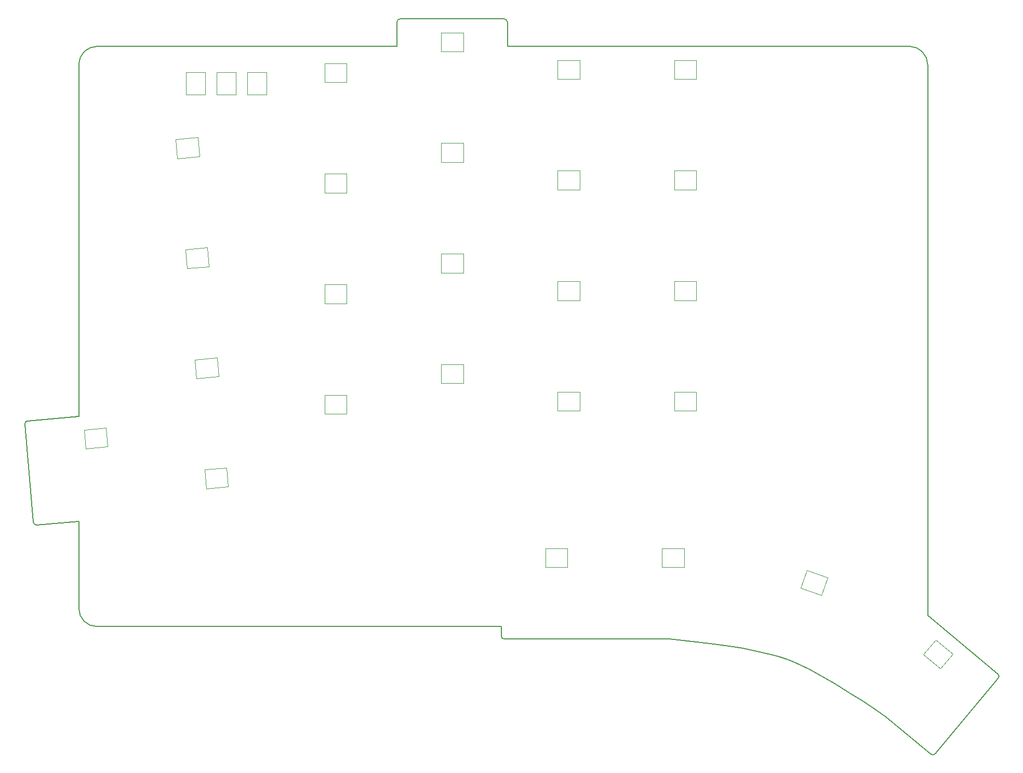
<source format=gm1>
G04 #@! TF.GenerationSoftware,KiCad,Pcbnew,8.0.5*
G04 #@! TF.CreationDate,2024-11-21T22:09:12+01:00*
G04 #@! TF.ProjectId,stellar,7374656c-6c61-4722-9e6b-696361645f70,rev?*
G04 #@! TF.SameCoordinates,Original*
G04 #@! TF.FileFunction,Profile,NP*
%FSLAX46Y46*%
G04 Gerber Fmt 4.6, Leading zero omitted, Abs format (unit mm)*
G04 Created by KiCad (PCBNEW 8.0.5) date 2024-11-21 22:09:12*
%MOMM*%
%LPD*%
G01*
G04 APERTURE LIST*
G04 #@! TA.AperFunction,Profile*
%ADD10C,0.149999*%
G04 #@! TD*
G04 #@! TA.AperFunction,Profile*
%ADD11C,0.150000*%
G04 #@! TD*
G04 #@! TA.AperFunction,Profile*
%ADD12C,0.100000*%
G04 #@! TD*
G04 APERTURE END LIST*
D10*
X177887401Y-134777382D02*
X180711005Y-135131531D01*
X129043100Y-33823600D02*
X129043100Y-37775693D01*
D11*
X216760740Y-153017301D02*
G75*
G02*
X216071278Y-153063739I-369040J337701D01*
G01*
D10*
X147048119Y-37775693D02*
X147048119Y-33790685D01*
X68867349Y-98786920D02*
X77204478Y-98052917D01*
X194896582Y-138591716D02*
X196192400Y-139232724D01*
D11*
X68411716Y-99307785D02*
G75*
G02*
X68867349Y-98786923I499484J22785D01*
G01*
X77204478Y-40685611D02*
G75*
G02*
X80203123Y-37775696I2998612J-90049D01*
G01*
D10*
X196192400Y-139232724D02*
X197528013Y-139939559D01*
X180711005Y-135131531D02*
X183818714Y-135588230D01*
D11*
X146553100Y-134323600D02*
G75*
G02*
X146053100Y-133823600I0J500000D01*
G01*
D10*
X227013350Y-140769257D02*
X216760740Y-153017301D01*
X69804188Y-115270751D02*
X68411716Y-99307785D01*
X77203123Y-129283208D02*
X77203123Y-115125003D01*
X183818714Y-135588230D02*
X185406132Y-135855228D01*
X146053100Y-132296430D02*
X80203123Y-132296430D01*
X215541803Y-130462914D02*
X227001906Y-140041560D01*
X80203123Y-132296430D02*
X80203123Y-132293594D01*
X188502148Y-136466899D02*
X189952365Y-136811725D01*
X129043100Y-37775693D02*
X80203123Y-37775693D01*
X173456414Y-134324140D02*
X175581421Y-134525174D01*
X216071339Y-153063665D02*
X208751032Y-146957545D01*
X193662293Y-138034676D02*
X194896582Y-138591716D01*
X147048119Y-37775693D02*
X212609765Y-37775693D01*
D11*
X146549600Y-33327153D02*
G75*
G02*
X147048126Y-33790684I0J-499847D01*
G01*
D10*
X146549600Y-33327153D02*
X129602601Y-33327153D01*
X77204478Y-98052917D02*
X77204478Y-40685611D01*
D11*
X80203123Y-132293594D02*
G75*
G02*
X77203124Y-129283208I-23J2999994D01*
G01*
D10*
X186977007Y-136148092D02*
X188502148Y-136466899D01*
X197528013Y-139939559D02*
X200231676Y-141478160D01*
X191298469Y-137182647D02*
X192511269Y-137579740D01*
X189952365Y-136811725D02*
X191298469Y-137182647D01*
X146553100Y-134323600D02*
X173456414Y-134323600D01*
D11*
X129043100Y-33823600D02*
G75*
G02*
X129602601Y-33327153I500000J0D01*
G01*
X70325113Y-115726744D02*
G75*
G02*
X69804227Y-115270748I-22813J499444D01*
G01*
D10*
X175581421Y-134525174D02*
X177887401Y-134777382D01*
X205160163Y-144547201D02*
X207037216Y-145787424D01*
X215541803Y-40774923D02*
X215541803Y-130462914D01*
X192511269Y-137579740D02*
X193662293Y-138034676D01*
D11*
X212609765Y-37775693D02*
G75*
G02*
X215541777Y-40774923I-67965J-2999207D01*
G01*
X227001906Y-140041560D02*
G75*
G02*
X227013350Y-140769257I-337106J-369240D01*
G01*
D10*
X146053100Y-133823600D02*
X146053100Y-132296430D01*
X185406132Y-135855228D02*
X186977007Y-136148092D01*
X202833688Y-143062410D02*
X205160163Y-144547201D01*
X200231676Y-141478160D02*
X202833688Y-143062410D01*
X207037216Y-145787424D02*
X208747506Y-146953748D01*
X77203123Y-115125003D02*
X70325113Y-115726744D01*
D12*
X172248634Y-119547840D02*
X172248634Y-122647840D01*
X172248634Y-122647840D02*
X175848634Y-122647840D01*
X175848634Y-119547840D02*
X172248634Y-119547840D01*
X175848634Y-122647840D02*
X175848634Y-119547840D01*
X78068384Y-100215666D02*
X78338567Y-103303869D01*
X78338567Y-103303869D02*
X81924868Y-102990108D01*
X81654685Y-99901905D02*
X78068384Y-100215666D01*
X81924868Y-102990108D02*
X81654685Y-99901905D01*
X174248634Y-94047840D02*
X174248634Y-97147840D01*
X174248634Y-97147840D02*
X177848634Y-97147840D01*
X177848634Y-94047840D02*
X174248634Y-94047840D01*
X177848634Y-97147840D02*
X177848634Y-94047840D01*
X117248634Y-58547840D02*
X117248634Y-61647840D01*
X117248634Y-61647840D02*
X120848634Y-61647840D01*
X120848634Y-58547840D02*
X117248634Y-58547840D01*
X120848634Y-61647840D02*
X120848634Y-58547840D01*
X136248634Y-71547840D02*
X136248634Y-74647840D01*
X136248634Y-74647840D02*
X139848634Y-74647840D01*
X139848634Y-71547840D02*
X136248634Y-71547840D01*
X139848634Y-74647840D02*
X139848634Y-71547840D01*
X136248634Y-35547840D02*
X136248634Y-38647840D01*
X136248634Y-38647840D02*
X139848634Y-38647840D01*
X139848634Y-35547840D02*
X136248634Y-35547840D01*
X139848634Y-38647840D02*
X139848634Y-35547840D01*
X155248634Y-94047840D02*
X155248634Y-97147840D01*
X155248634Y-97147840D02*
X158848634Y-97147840D01*
X158848634Y-94047840D02*
X155248634Y-94047840D01*
X158848634Y-97147840D02*
X158848634Y-94047840D01*
X94573154Y-70865494D02*
X94843337Y-73953697D01*
X94843337Y-73953697D02*
X98429638Y-73639936D01*
X98159455Y-70551733D02*
X94573154Y-70865494D01*
X98429638Y-73639936D02*
X98159455Y-70551733D01*
X94673123Y-42023603D02*
X94673123Y-45623603D01*
X94673123Y-45623603D02*
X97773123Y-45623603D01*
X97773123Y-42023603D02*
X94673123Y-42023603D01*
X97773123Y-45623603D02*
X97773123Y-42023603D01*
X117248634Y-94547840D02*
X117248634Y-97647840D01*
X117248634Y-97647840D02*
X120848634Y-97647840D01*
X120848634Y-94547840D02*
X117248634Y-94547840D01*
X120848634Y-97647840D02*
X120848634Y-94547840D01*
X93004351Y-52933989D02*
X93274534Y-56022192D01*
X93274534Y-56022192D02*
X96860835Y-55708431D01*
X96590652Y-52620228D02*
X93004351Y-52933989D01*
X96860835Y-55708431D02*
X96590652Y-52620228D01*
X136248634Y-89547840D02*
X136248634Y-92647840D01*
X136248634Y-92647840D02*
X139848634Y-92647840D01*
X139848634Y-89547840D02*
X136248634Y-89547840D01*
X139848634Y-92647840D02*
X139848634Y-89547840D01*
X174248634Y-58047840D02*
X174248634Y-61147840D01*
X174248634Y-61147840D02*
X177848634Y-61147840D01*
X177848634Y-58047840D02*
X174248634Y-58047840D01*
X177848634Y-61147840D02*
X177848634Y-58047840D01*
X194804879Y-125990337D02*
X198187772Y-127221610D01*
X195865142Y-123077290D02*
X194804879Y-125990337D01*
X198187772Y-127221610D02*
X199248035Y-124308563D01*
X199248035Y-124308563D02*
X195865142Y-123077290D01*
X117248634Y-40547840D02*
X117248634Y-43647840D01*
X117248634Y-43647840D02*
X120848634Y-43647840D01*
X120848634Y-40547840D02*
X117248634Y-40547840D01*
X120848634Y-43647840D02*
X120848634Y-40547840D01*
X174248634Y-76047840D02*
X174248634Y-79147840D01*
X174248634Y-79147840D02*
X177848634Y-79147840D01*
X177848634Y-76047840D02*
X174248634Y-76047840D01*
X177848634Y-79147840D02*
X177848634Y-76047840D01*
X96141957Y-88796999D02*
X96412140Y-91885202D01*
X96412140Y-91885202D02*
X99998441Y-91571441D01*
X99728258Y-88483238D02*
X96141957Y-88796999D01*
X99998441Y-91571441D02*
X99728258Y-88483238D01*
X155248634Y-40047840D02*
X155248634Y-43147840D01*
X155248634Y-43147840D02*
X158848634Y-43147840D01*
X158848634Y-40047840D02*
X155248634Y-40047840D01*
X158848634Y-43147840D02*
X158848634Y-40047840D01*
X153248634Y-119547840D02*
X153248634Y-122647840D01*
X153248634Y-122647840D02*
X156848634Y-122647840D01*
X156848634Y-119547840D02*
X153248634Y-119547840D01*
X156848634Y-122647840D02*
X156848634Y-119547840D01*
X174248634Y-40047840D02*
X174248634Y-43147840D01*
X174248634Y-43147840D02*
X177848634Y-43147840D01*
X177848634Y-40047840D02*
X174248634Y-40047840D01*
X177848634Y-43147840D02*
X177848634Y-40047840D01*
X214857614Y-136845947D02*
X217615374Y-139159983D01*
X216850256Y-134471209D02*
X214857614Y-136845947D01*
X217615374Y-139159983D02*
X219608016Y-136785245D01*
X219608016Y-136785245D02*
X216850256Y-134471209D01*
X99673123Y-42023603D02*
X99673123Y-45623603D01*
X99673123Y-45623603D02*
X102773123Y-45623603D01*
X102773123Y-42023603D02*
X99673123Y-42023603D01*
X102773123Y-45623603D02*
X102773123Y-42023603D01*
X155248634Y-58047840D02*
X155248634Y-61147840D01*
X155248634Y-61147840D02*
X158848634Y-61147840D01*
X158848634Y-58047840D02*
X155248634Y-58047840D01*
X158848634Y-61147840D02*
X158848634Y-58047840D01*
X155248634Y-76047840D02*
X155248634Y-79147840D01*
X155248634Y-79147840D02*
X158848634Y-79147840D01*
X158848634Y-76047840D02*
X155248634Y-76047840D01*
X158848634Y-79147840D02*
X158848634Y-76047840D01*
X117248634Y-76547840D02*
X117248634Y-79647840D01*
X117248634Y-79647840D02*
X120848634Y-79647840D01*
X120848634Y-76547840D02*
X117248634Y-76547840D01*
X120848634Y-79647840D02*
X120848634Y-76547840D01*
X104673123Y-42023603D02*
X104673123Y-45623603D01*
X104673123Y-45623603D02*
X107773123Y-45623603D01*
X107773123Y-42023603D02*
X104673123Y-42023603D01*
X107773123Y-45623603D02*
X107773123Y-42023603D01*
X97710760Y-106728504D02*
X97980943Y-109816707D01*
X97980943Y-109816707D02*
X101567244Y-109502946D01*
X101297061Y-106414743D02*
X97710760Y-106728504D01*
X101567244Y-109502946D02*
X101297061Y-106414743D01*
X136248634Y-53547840D02*
X136248634Y-56647840D01*
X136248634Y-56647840D02*
X139848634Y-56647840D01*
X139848634Y-53547840D02*
X136248634Y-53547840D01*
X139848634Y-56647840D02*
X139848634Y-53547840D01*
M02*

</source>
